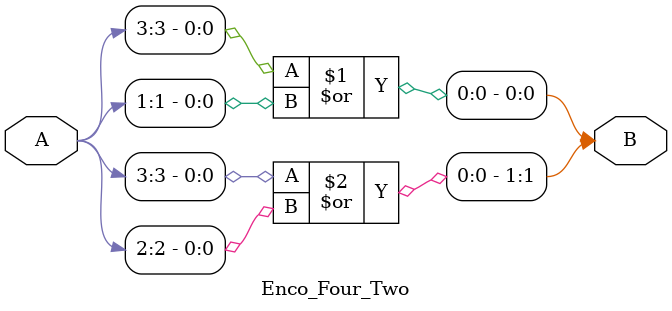
<source format=sv>
module Enco_Four_Two(
input [3:0] A,
output [1:0] B


);

assign B[0] = A[3] | A[1]; 
assign B[1] = A[3] | A[2];


endmodule 
</source>
